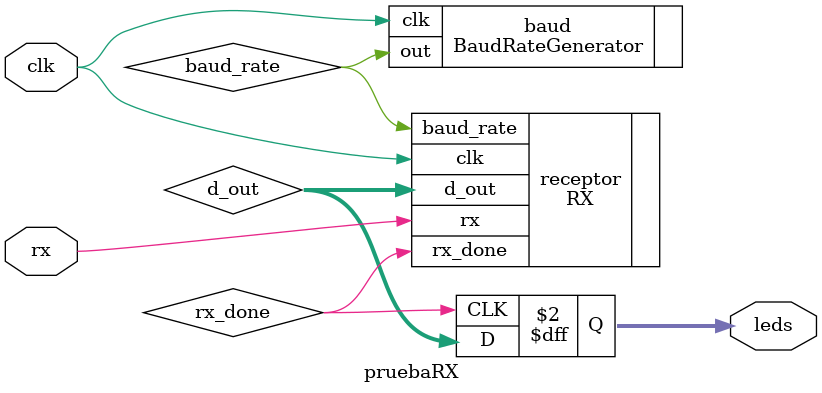
<source format=v>
`timescale 1ns / 1ps

module pruebaRX(input rx, input clk, output reg [7:0] leds);
	
	
	wire baud_rate;	
	wire rx_done;
	wire [7:0] d_out;
	
	BaudRateGenerator baud (
		.clk(clk), 
		.out(baud_rate)
	);
	
	RX receptor (
		.clk(clk), 
		.baud_rate(baud_rate), 
		.rx(rx), 
		.d_out(d_out), 
		.rx_done(rx_done)
	);
	
	always@(posedge rx_done)
	begin
		leds = d_out;
	end

endmodule

</source>
